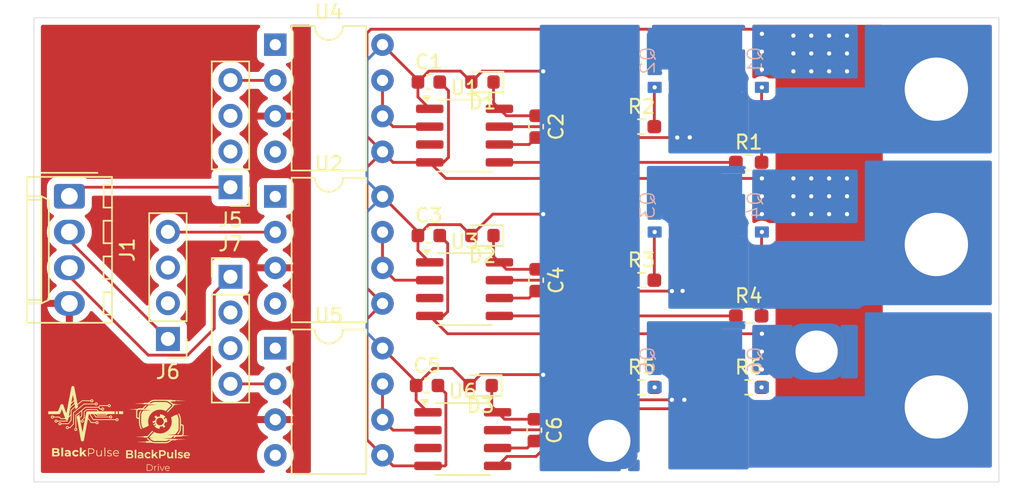
<source format=kicad_pcb>
(kicad_pcb (version 20240108) (generator "pcbnew") (generator_version "8.0")
  (layers (0 "F.Cu" signal) (31 "B.Cu" signal) (34 "B.Paste" user) (35 "F.Paste" user) (36 "B.SilkS" user "B.Silkscreen") (37 "F.SilkS" user "F.Silkscreen") (38 "B.Mask" user) (39 "F.Mask" user) (44 "Edge.Cuts" user))
  (net 0 "")
  (net 1 "GND")
  (net 2 "VCC")
  (net 3 "Net-(D1-K)")
  (net 4 "Net-(D2-K)")
  (net 5 "Net-(D3-K)")
  (net 6 "Net-(U1-LO)")
  (net 7 "Net-(U1-HO)")
  (net 8 "out_u")
  (net 9 "out_w")
  (net 11 "out_l")
  (net 12 "in_W")
  (net 13 "in_L")
  (net 14 "in_U")
  (net 15 "Net-(U6-HO)")
  (net 16 "Net-(U6-LO)")
  (net 17 "Net-(U3-HO)")
  (net 18 "Net-(U3-LO)")
  (net 20 "Net-(U1-IN)")
  (net 23 "Net-(U3-IN)")
  (net 28 "Net-(U6-IN)")
  (net 30 "GND1")
  (net 31 "Net-(Q1-GATE)")
  (net 32 "Net-(Q2-GATE)")
  (net 33 "Net-(Q3-GATE)")
  (net 34 "Net-(Q4-GATE)")
  (net 35 "Net-(Q5-GATE)")
  (net 36 "Net-(Q6-GATE)")
  (net 38 "Net-(J5-Pin_4)")
  (net 42 "Net-(J6-Pin_4)")
  (net 44 "Net-(J7-Pin_4)")
  (footprint "Capacitor_SMD:C_0603_1608Metric" (layer "F.Cu") (at 140.335 102.362)
    (property "Reference" "C5" (at 0 -1.43 0) (layer "F.SilkS"))
    (property "Value" "1u")
    (pad "1" smd roundrect (at -0.775 0) (size 0.9 0.95) (layers "F.Cu" "F.Paste" "F.Mask") (net 2 "VCC"))
    (pad "2" smd roundrect (at 0.775 0) (size 0.9 0.95) (layers "F.Cu" "F.Paste" "F.Mask") (net 1 "GND"))
  )
  (footprint "Package_SO:SOIC-8_3.9x4.9mm_P1.27mm" (layer "F.Cu") (at 143.002 84.582)
    (property "Reference" "U1" (at 0 -3.4 0) (layer "F.SilkS"))
    (property "Value" "IRS2008S")
    (pad "1" smd roundrect (at -2.475 -1.905) (size 1.95 0.6) (layers "F.Cu" "F.Paste" "F.Mask") (net 2 "VCC"))
    (pad "2" smd roundrect (at -2.475 -0.635) (size 1.95 0.6) (layers "F.Cu" "F.Paste" "F.Mask") (net 20 "Net-(U1-IN)"))
    (pad "3" smd roundrect (at -2.475 0.635) (size 1.95 0.6) (layers "F.Cu" "F.Paste" "F.Mask"))
    (pad "4" smd roundrect (at -2.475 1.905) (size 1.95 0.6) (layers "F.Cu" "F.Paste" "F.Mask") (net 1 "GND"))
    (pad "5" smd roundrect (at 2.475 1.905) (size 1.95 0.6) (layers "F.Cu" "F.Paste" "F.Mask") (net 6 "Net-(U1-LO)"))
    (pad "6" smd roundrect (at 2.475 0.635) (size 1.95 0.6) (layers "F.Cu" "F.Paste" "F.Mask") (net 8 "out_u"))
    (pad "7" smd roundrect (at 2.475 -0.635) (size 1.95 0.6) (layers "F.Cu" "F.Paste" "F.Mask") (net 7 "Net-(U1-HO)"))
    (pad "8" smd roundrect (at 2.475 -1.905) (size 1.95 0.6) (layers "F.Cu" "F.Paste" "F.Mask") (net 3 "Net-(D1-K)"))
  )
  (footprint "Capacitor_SMD:C_0603_1608Metric" (layer "F.Cu") (at 148.082 83.947 -90)
    (property "Reference" "C2" (at 0 -1.43 90) (layer "F.SilkS"))
    (property "Value" "1u")
    (pad "1" smd roundrect (at -0.775 0 270) (size 0.9 0.95) (layers "F.Cu" "F.Paste" "F.Mask") (net 3 "Net-(D1-K)"))
    (pad "2" smd roundrect (at 0.775 0 270) (size 0.9 0.95) (layers "F.Cu" "F.Paste" "F.Mask") (net 8 "out_u"))
  )
  (footprint "Resistor_SMD:R_0603_1608Metric_Pad0.98x0.95mm_HandSolder" (layer "F.Cu") (at 163.195 102.489)
    (property "Reference" "R6" (at 0 -1.43 0) (layer "F.SilkS"))
    (property "Value" "10")
    (pad "1" smd roundrect (at -0.9125 0) (size 0.975 0.95) (layers "F.Cu" "F.Paste" "F.Mask") (net 16 "Net-(U6-LO)"))
    (pad "2" smd roundrect (at 0.9125 0) (size 0.975 0.95) (layers "F.Cu" "F.Paste" "F.Mask") (net 36 "Net-(Q6-GATE)"))
  )
  (footprint "Capacitor_SMD:C_0603_1608Metric" (layer "F.Cu") (at 148.082 94.869 -90)
    (property "Reference" "C4" (at 0 -1.43 90) (layer "F.SilkS"))
    (property "Value" "1u")
    (pad "1" smd roundrect (at -0.775 0 270) (size 0.9 0.95) (layers "F.Cu" "F.Paste" "F.Mask") (net 4 "Net-(D2-K)"))
    (pad "2" smd roundrect (at 0.775 0 270) (size 0.9 0.95) (layers "F.Cu" "F.Paste" "F.Mask") (net 9 "out_w"))
  )
  (footprint "_gazou:blackpulsedrive" (layer "F.Cu") (at 121.285 108.458)
    (property "Reference" "G***" (hide yes))
    (property "Value" "LOGO" (hide yes))
  )
  (footprint "Connector_PinHeader_2.54mm:PinHeader_1x04_P2.54mm_Vertical" (layer "F.Cu") (at 121.92 99.05 180)
    (property "Reference" "J6" (at 0 -2.33 0) (layer "F.SilkS"))
    (property "Value" "Conn_01x04_Pin")
    (pad "1" thru_hole rect (at 0 0 180) (size 1.7 1.7) (drill 1) (layers "*.Cu" "*.Mask") (net 12 "in_W"))
    (pad "2" thru_hole oval (at 0 2.54 180) (size 1.7 1.7) (drill 1) (layers "*.Cu" "*.Mask"))
    (pad "3" thru_hole oval (at 0 5.08 180) (size 1.7 1.7) (drill 1) (layers "*.Cu" "*.Mask"))
    (pad "4" thru_hole oval (at 0 7.62 180) (size 1.7 1.7) (drill 1) (layers "*.Cu" "*.Mask") (net 42 "Net-(J6-Pin_4)"))
  )
  (footprint "Diode_SMD:D_0603_1608Metric" (layer "F.Cu") (at 144.272 91.694 180)
    (property "Reference" "D2" (at 0 -1.43 0) (layer "F.SilkS"))
    (property "Value" "D")
    (pad "1" smd roundrect (at -0.7875 0 180) (size 0.875 0.95) (layers "F.Cu" "F.Paste" "F.Mask") (net 4 "Net-(D2-K)"))
    (pad "2" smd roundrect (at 0.7875 0 180) (size 0.875 0.95) (layers "F.Cu" "F.Paste" "F.Mask") (net 2 "VCC"))
  )
  (footprint "Diode_SMD:D_0603_1608Metric" (layer "F.Cu") (at 144.272 80.772 180)
    (property "Reference" "D1" (at 0 -1.43 0) (layer "F.SilkS"))
    (property "Value" "D")
    (pad "1" smd roundrect (at -0.7875 0 180) (size 0.875 0.95) (layers "F.Cu" "F.Paste" "F.Mask") (net 3 "Net-(D1-K)"))
    (pad "2" smd roundrect (at 0.7875 0 180) (size 0.875 0.95) (layers "F.Cu" "F.Paste" "F.Mask") (net 2 "VCC"))
  )
  (footprint "jisaku:bldc_connector" (layer "F.Cu") (at 176.53 81.28)
    (property "Reference" "J2" (at 0 -0.5 0) (layer "F.SilkS") (effects (font (thickness 0.1))))
    (property "Value" "Conn_01x01_Pin")
    (pad "1" thru_hole roundrect (at 0 0) (size 6 6) (drill 4.5) (layers "*.Cu" "*.Mask") (net 8 "out_u"))
  )
  (footprint "Package_SO:SOIC-8_3.9x4.9mm_P1.27mm" (layer "F.Cu") (at 143.002 95.504)
    (property "Reference" "U3" (at 0 -3.4 0) (layer "F.SilkS"))
    (property "Value" "IRS2008S")
    (pad "1" smd roundrect (at -2.475 -1.905) (size 1.95 0.6) (layers "F.Cu" "F.Paste" "F.Mask") (net 2 "VCC"))
    (pad "2" smd roundrect (at -2.475 -0.635) (size 1.95 0.6) (layers "F.Cu" "F.Paste" "F.Mask") (net 23 "Net-(U3-IN)"))
    (pad "3" smd roundrect (at -2.475 0.635) (size 1.95 0.6) (layers "F.Cu" "F.Paste" "F.Mask"))
    (pad "4" smd roundrect (at -2.475 1.905) (size 1.95 0.6) (layers "F.Cu" "F.Paste" "F.Mask") (net 1 "GND"))
    (pad "5" smd roundrect (at 2.475 1.905) (size 1.95 0.6) (layers "F.Cu" "F.Paste" "F.Mask") (net 18 "Net-(U3-LO)"))
    (pad "6" smd roundrect (at 2.475 0.635) (size 1.95 0.6) (layers "F.Cu" "F.Paste" "F.Mask") (net 9 "out_w"))
    (pad "7" smd roundrect (at 2.475 -0.635) (size 1.95 0.6) (layers "F.Cu" "F.Paste" "F.Mask") (net 17 "Net-(U3-HO)"))
    (pad "8" smd roundrect (at 2.475 -1.905) (size 1.95 0.6) (layers "F.Cu" "F.Paste" "F.Mask") (net 4 "Net-(D2-K)"))
  )
  (footprint "Capacitor_SMD:C_0603_1608Metric" (layer "F.Cu") (at 140.462 80.772)
    (property "Reference" "C1" (at 0 -1.43 0) (layer "F.SilkS"))
    (property "Value" "1u")
    (pad "1" smd roundrect (at -0.775 0) (size 0.9 0.95) (layers "F.Cu" "F.Paste" "F.Mask") (net 2 "VCC"))
    (pad "2" smd roundrect (at 0.775 0) (size 0.9 0.95) (layers "F.Cu" "F.Paste" "F.Mask") (net 1 "GND"))
  )
  (footprint "Resistor_SMD:R_0603_1608Metric_Pad0.98x0.95mm_HandSolder" (layer "F.Cu") (at 163.195 86.487)
    (property "Reference" "R1" (at 0 -1.43 0) (layer "F.SilkS"))
    (property "Value" "10")
    (pad "1" smd roundrect (at -0.9125 0) (size 0.975 0.95) (layers "F.Cu" "F.Paste" "F.Mask") (net 6 "Net-(U1-LO)"))
    (pad "2" smd roundrect (at 0.9125 0) (size 0.975 0.95) (layers "F.Cu" "F.Paste" "F.Mask") (net 31 "Net-(Q1-GATE)"))
  )
  (footprint "Resistor_SMD:R_0603_1608Metric_Pad0.98x0.95mm_HandSolder" (layer "F.Cu") (at 155.575 102.489)
    (property "Reference" "R5" (at 0 -1.43 0) (layer "F.SilkS"))
    (property "Value" "10")
    (pad "1" smd roundrect (at -0.9125 0) (size 0.975 0.95) (layers "F.Cu" "F.Paste" "F.Mask") (net 15 "Net-(U6-HO)"))
    (pad "2" smd roundrect (at 0.9125 0) (size 0.975 0.95) (layers "F.Cu" "F.Paste" "F.Mask") (net 35 "Net-(Q5-GATE)"))
  )
  (footprint "jisaku:bldc_connector" (layer "F.Cu") (at 153.289 106.299)
    (property "Reference" "J9" (at 0 -0.5 0) (layer "F.SilkS") (effects (font (thickness 0.1))))
    (property "Value" "Conn_01x01_Pin")
    (pad "1" thru_hole roundrect (at 0 0) (size 4 4) (drill 3) (layers "*.Cu" "*.Mask") (net 2 "VCC"))
  )
  (footprint "Resistor_SMD:R_0603_1608Metric_Pad0.98x0.95mm_HandSolder" (layer "F.Cu") (at 155.575 83.947)
    (property "Reference" "R2" (at 0 -1.43 0) (layer "F.SilkS"))
    (property "Value" "10")
    (pad "1" smd roundrect (at -0.9125 0) (size 0.975 0.95) (layers "F.Cu" "F.Paste" "F.Mask") (net 7 "Net-(U1-HO)"))
    (pad "2" smd roundrect (at 0.9125 0) (size 0.975 0.95) (layers "F.Cu" "F.Paste" "F.Mask") (net 32 "Net-(Q2-GATE)"))
  )
  (footprint "jisaku:bldc_connector" (layer "F.Cu") (at 176.53 103.886)
    (property "Reference" "J4" (at 0 -0.5 0) (layer "F.SilkS") (effects (font (thickness 0.1))))
    (property "Value" "Conn_01x01_Pin")
    (pad "1" thru_hole roundrect (at 0 0) (size 6 6) (drill 4.5) (layers "*.Cu" "*.Mask") (net 11 "out_l"))
  )
  (footprint "Capacitor_SMD:C_0603_1608Metric" (layer "F.Cu") (at 140.462 91.694)
    (property "Reference" "C3" (at 0 -1.43 0) (layer "F.SilkS"))
    (property "Value" "1u")
    (pad "1" smd roundrect (at -0.775 0) (size 0.9 0.95) (layers "F.Cu" "F.Paste" "F.Mask") (net 2 "VCC"))
    (pad "2" smd roundrect (at 0.775 0) (size 0.9 0.95) (layers "F.Cu" "F.Paste" "F.Mask") (net 1 "GND"))
  )
  (footprint "Package_DIP:DIP-8_W7.62mm" (layer "F.Cu") (at 129.55 88.91)
    (property "Reference" "U2" (at 3.81 -2.33 0) (layer "F.SilkS"))
    (property "Value" "TLP250")
    (pad "1" thru_hole rect (at 0 0) (size 1.6 1.6) (drill 0.8) (layers "*.Cu" "*.Mask"))
    (pad "2" thru_hole oval (at 0 2.54) (size 1.6 1.6) (drill 0.8) (layers "*.Cu" "*.Mask") (net 42 "Net-(J6-Pin_4)"))
    (pad "3" thru_hole oval (at 0 5.08) (size 1.6 1.6) (drill 0.8) (layers "*.Cu" "*.Mask") (net 30 "GND1"))
    (pad "4" thru_hole oval (at 0 7.62) (size 1.6 1.6) (drill 0.8) (layers "*.Cu" "*.Mask"))
    (pad "5" thru_hole oval (at 7.62 7.62) (size 1.6 1.6) (drill 0.8) (layers "*.Cu" "*.Mask") (net 1 "GND"))
    (pad "6" thru_hole oval (at 7.62 5.08) (size 1.6 1.6) (drill 0.8) (layers "*.Cu" "*.Mask") (net 23 "Net-(U3-IN)"))
    (pad "7" thru_hole oval (at 7.62 2.54) (size 1.6 1.6) (drill 0.8) (layers "*.Cu" "*.Mask") (net 23 "Net-(U3-IN)"))
    (pad "8" thru_hole oval (at 7.62 0) (size 1.6 1.6) (drill 0.8) (layers "*.Cu" "*.Mask") (net 2 "VCC"))
  )
  (footprint "Connector_Molex:Molex_KK-254_AE-6410-04A_1x04_P2.54mm_Vertical" (layer "F.Cu") (at 114.915 88.9 -90)
    (property "Reference" "J1" (at 3.81 -4.12 90) (layer "F.SilkS"))
    (property "Value" "Conn_01x04_Pin")
    (pad "1" thru_hole roundrect (at 0 0 270) (size 1.74 2.19) (drill 1.19) (layers "*.Cu" "*.Mask") (roundrect_rratio 0.143678) (net 14 "in_U"))
    (pad "2" thru_hole oval (at 2.54 0 270) (size 1.74 2.19) (drill 1.19) (layers "*.Cu" "*.Mask") (net 12 "in_W"))
    (pad "3" thru_hole oval (at 5.08 0 270) (size 1.74 2.19) (drill 1.19) (layers "*.Cu" "*.Mask") (net 13 "in_L"))
    (pad "4" thru_hole oval (at 7.62 0 270) (size 1.74 2.19) (drill 1.19) (layers "*.Cu" "*.Mask") (net 30 "GND1"))
  )
  (footprint "Resistor_SMD:R_0603_1608Metric_Pad0.98x0.95mm_HandSolder" (layer "F.Cu") (at 155.575 94.869)
    (property "Reference" "R3" (at 0 -1.43 0) (layer "F.SilkS"))
    (property "Value" "10")
    (pad "1" smd roundrect (at -0.9125 0) (size 0.975 0.95) (layers "F.Cu" "F.Paste" "F.Mask") (net 17 "Net-(U3-HO)"))
    (pad "2" smd roundrect (at 0.9125 0) (size 0.975 0.95) (layers "F.Cu" "F.Paste" "F.Mask") (net 33 "Net-(Q3-GATE)"))
  )
  (footprint "Package_DIP:DIP-8_W7.62mm" (layer "F.Cu") (at 129.55 78.115)
    (property "Reference" "U4" (at 3.81 -2.33 0) (layer "F.SilkS"))
    (property "Value" "TLP250")
    (pad "1" thru_hole rect (at 0 0) (size 1.6 1.6) (drill 0.8) (layers "*.Cu" "*.Mask"))
    (pad "2" thru_hole oval (at 0 2.54) (size 1.6 1.6) (drill 0.8) (layers "*.Cu" "*.Mask") (net 38 "Net-(J5-Pin_4)"))
    (pad "3" thru_hole oval (at 0 5.08) (size 1.6 1.6) (drill 0.8) (layers "*.Cu" "*.Mask") (net 30 "GND1"))
    (pad "4" thru_hole oval (at 0 7.62) (size 1.6 1.6) (drill 0.8) (layers "*.Cu" "*.Mask"))
    (pad "5" thru_hole oval (at 7.62 7.62) (size 1.6 1.6) (drill 0.8) (layers "*.Cu" "*.Mask") (net 1 "GND"))
    (pad "6" thru_hole oval (at 7.62 5.08) (size 1.6 1.6) (drill 0.8) (layers "*.Cu" "*.Mask") (net 20 "Net-(U1-IN)"))
    (pad "7" thru_hole oval (at 7.62 2.54) (size 1.6 1.6) (drill 0.8) (layers "*.Cu" "*.Mask") (net 20 "Net-(U1-IN)"))
    (pad "8" thru_hole oval (at 7.62 0) (size 1.6 1.6) (drill 0.8) (layers "*.Cu" "*.Mask") (net 2 "VCC"))
  )
  (footprint "_gazou:full" (layer "F.Cu") (at 116.078 104.902)
    (property "Reference" "G***" (hide yes))
    (property "Value" "LOGO" (hide yes))
  )
  (footprint "Diode_SMD:D_0603_1608Metric" (layer "F.Cu") (at 144.145 102.362 180)
    (property "Reference" "D3" (at 0 -1.43 0) (layer "F.SilkS"))
    (property "Value" "D")
    (pad "1" smd roundrect (at -0.7875 0 180) (size 0.875 0.95) (layers "F.Cu" "F.Paste" "F.Mask") (net 5 "Net-(D3-K)"))
    (pad "2" smd roundrect (at 0.7875 0 180) (size 0.875 0.95) (layers "F.Cu" "F.Paste" "F.Mask") (net 2 "VCC"))
  )
  (footprint "_gazou:drive" (layer "F.Cu") (at 121.412 105.41)
    (property "Reference" "G***" (hide yes))
    (property "Value" "LOGO" (hide yes))
  )
  (footprint "Capacitor_SMD:C_0603_1608Metric" (layer "F.Cu") (at 147.955 105.537 -90)
    (property "Reference" "C6" (at 0 -1.43 90) (layer "F.SilkS"))
    (property "Value" "1u")
    (pad "1" smd roundrect (at -0.775 0 270) (size 0.9 0.95) (layers "F.Cu" "F.Paste" "F.Mask") (net 5 "Net-(D3-K)"))
    (pad "2" smd roundrect (at 0.775 0 270) (size 0.9 0.95) (layers "F.Cu" "F.Paste" "F.Mask") (net 11 "out_l"))
  )
  (footprint "jisaku:bldc_connector" (layer "F.Cu") (at 176.53 92.329)
    (property "Reference" "J3" (at 0 -0.5 0) (layer "F.SilkS") (effects (font (thickness 0.1))))
    (property "Value" "Conn_01x01_Pin")
    (pad "1" thru_hole roundrect (at 0 0) (size 6 6) (drill 4.5) (layers "*.Cu" "*.Mask") (net 9 "out_w"))
  )
  (footprint "Connector_PinHeader_2.54mm:PinHeader_1x04_P2.54mm_Vertical" (layer "F.Cu") (at 126.365 94.625)
    (property "Reference" "J7" (at 0 -2.33 0) (layer "F.SilkS"))
    (property "Value" "Conn_01x04_Pin")
    (pad "1" thru_hole rect (at 0 0) (size 1.7 1.7) (drill 1) (layers "*.Cu" "*.Mask") (net 13 "in_L"))
    (pad "2" thru_hole oval (at 0 2.54) (size 1.7 1.7) (drill 1) (layers "*.Cu" "*.Mask"))
    (pad "3" thru_hole oval (at 0 5.08) (size 1.7 1.7) (drill 1) (layers "*.Cu" "*.Mask"))
    (pad "4" thru_hole oval (at 0 7.62) (size 1.7 1.7) (drill 1) (layers "*.Cu" "*.Mask") (net 44 "Net-(J7-Pin_4)"))
  )
  (footprint "Package_DIP:DIP-8_W7.62mm" (layer "F.Cu") (at 129.55 99.705)
    (property "Reference" "U5" (at 3.81 -2.33 0) (layer "F.SilkS"))
    (property "Value" "TLP250")
    (pad "1" thru_hole rect (at 0 0) (size 1.6 1.6) (drill 0.8) (layers "*.Cu" "*.Mask"))
    (pad "2" thru_hole oval (at 0 2.54) (size 1.6 1.6) (drill 0.8) (layers "*.Cu" "*.Mask") (net 44 "Net-(J7-Pin_4)"))
    (pad "3" thru_hole oval (at 0 5.08) (size 1.6 1.6) (drill 0.8) (layers "*.Cu" "*.Mask") (net 30 "GND1"))
    (pad "4" thru_hole oval (at 0 7.62) (size 1.6 1.6) (drill 0.8) (layers "*.Cu" "*.Mask"))
    (pad "5" thru_hole oval (at 7.62 7.62) (size 1.6 1.6) (drill 0.8) (layers "*.Cu" "*.Mask") (net 1 "GND"))
    (pad "6" thru_hole oval (at 7.62 5.08) (size 1.6 1.6) (drill 0.8) (layers "*.Cu" "*.Mask") (net 28 "Net-(U6-IN)"))
    (pad "7" thru_hole oval (at 7.62 2.54) (size 1.6 1.6) (drill 0.8) (layers "*.Cu" "*.Mask") (net 28 "Net-(U6-IN)"))
    (pad "8" thru_hole oval (at 7.62 0) (size 1.6 1.6) (drill 0.8) (layers "*.Cu" "*.Mask") (net 2 "VCC"))
  )
  (footprint "Package_SO:SOIC-8_3.9x4.9mm_P1.27mm" (layer "F.Cu") (at 142.875 106.172)
    (property "Reference" "U6" (at 0 -3.4 0) (layer "F.SilkS"))
    (property "Value" "IRS2008S")
    (pad "1" smd roundrect (at -2.475 -1.905) (size 1.95 0.6) (layers "F.Cu" "F.Paste" "F.Mask") (net 2 "VCC"))
    (pad "2" smd roundrect (at -2.475 -0.635) (size 1.95 0.6) (layers "F.Cu" "F.Paste" "F.Mask") (net 28 "Net-(U6-IN)"))
    (pad "3" smd roundrect (at -2.475 0.635) (size 1.95 0.6) (layers "F.Cu" "F.Paste" "F.Mask"))
    (pad "4" smd roundrect (at -2.475 1.905) (size 1.95 0.6) (layers "F.Cu" "F.Paste" "F.Mask") (net 1 "GND"))
    (pad "5" smd roundrect (at 2.475 1.905) (size 1.95 0.6) (layers "F.Cu" "F.Paste" "F.Mask") (net 16 "Net-(U6-LO)"))
    (pad "6" smd roundrect (at 2.475 0.635) (size 1.95 0.6) (layers "F.Cu" "F.Paste" "F.Mask") (net 11 "out_l"))
    (pad "7" smd roundrect (at 2.475 -0.635) (size 1.95 0.6) (layers "F.Cu" "F.Paste" "F.Mask") (net 15 "Net-(U6-HO)"))
    (pad "8" smd roundrect (at 2.475 -1.905) (size 1.95 0.6) (layers "F.Cu" "F.Paste" "F.Mask") (net 5 "Net-(D3-K)"))
  )
  (footprint "Connector_PinHeader_2.54mm:PinHeader_1x04_P2.54mm_Vertical" (layer "F.Cu") (at 126.365 88.255 180)
    (property "Reference" "J5" (at 0 -2.33 0) (layer "F.SilkS"))
    (property "Value" "Conn_01x04_Pin")
    (pad "1" thru_hole rect (at 0 0 180) (size 1.7 1.7) (drill 1) (layers "*.Cu" "*.Mask") (net 14 "in_U"))
    (pad "2" thru_hole oval (at 0 2.54 180) (size 1.7 1.7) (drill 1) (layers "*.Cu" "*.Mask"))
    (pad "3" thru_hole oval (at 0 5.08 180) (size 1.7 1.7) (drill 1) (layers "*.Cu" "*.Mask"))
    (pad "4" thru_hole oval (at 0 7.62 180) (size 1.7 1.7) (drill 1) (layers "*.Cu" "*.Mask") (net 38 "Net-(J5-Pin_4)"))
  )
  (footprint "jisaku:bldc_connector" (layer "F.Cu") (at 168.021 99.949)
    (property "Reference" "J8" (at 0 -0.5 0) (layer "F.SilkS") (effects (font (thickness 0.1))))
    (property "Value" "Conn_01x01_Pin")
    (pad "1" thru_hole roundrect (at 0 0) (size 4 4) (drill 3) (layers "*.Cu" "*.Mask") (net 1 "GND"))
  )
  (footprint "Resistor_SMD:R_0603_1608Metric_Pad0.98x0.95mm_HandSolder" (layer "F.Cu") (at 163.195 97.409)
    (property "Reference" "R4" (at 0 -1.43 0) (layer "F.SilkS"))
    (property "Value" "10")
    (pad "1" smd roundrect (at -0.9125 0) (size 0.975 0.95) (layers "F.Cu" "F.Paste" "F.Mask") (net 18 "Net-(U3-LO)"))
    (pad "2" smd roundrect (at 0.9125 0) (size 0.975 0.95) (layers "F.Cu" "F.Paste" "F.Mask") (net 34 "Net-(Q4-GATE)"))
  )
  (footprint "jisaku:RS6L120BGTB1" (layer "B.Cu") (at 164.13 100.584 -90)
    (property "Reference" "Q6" (at 0 0.5 90) (layer "B.SilkS") (effects (font (thickness 0.1)) (justify mirror)))
    (property "Value" "~")
    (pad "1" smd roundrect (at -1.905 0 270) (size 0.8 1) (layers "B.Cu" "B.Paste") (roundrect_rratio 0.1) (net 1 "GND"))
    (pad "2" smd roundrect (at -0.635 0 270) (size 0.8 1) (layers "B.Cu" "B.Paste" "B.Mask") (roundrect_rratio 0.1) (net 1 "GND"))
    (pad "3" smd roundrect (at 0.635 0 270) (size 0.8 1) (layers "B.Cu" "B.Paste" "B.Mask") (roundrect_rratio 0.1) (net 1 "GND"))
    (pad "4" smd roundrect (at 1.905 0 270) (size 0.8 1) (layers "B.Cu" "B.Paste" "B.Mask") (roundrect_rratio 0.1) (net 36 "Net-(Q6-GATE)"))
    (pad "5" smd rect (at -1.905 5.68 270) (size 0.8 1) (layers "B.Cu" "B.Paste") (net 11 "out_l"))
    (pad "5" smd rect (at -0.635 5.68 270) (size 0.8 1) (layers "B.Cu" "B.Paste" "B.Mask") (net 11 "out_l"))
    (pad "5" smd rect (at 0 3.29 270) (size 4.5 3.78) (layers "B.Cu" "B.Paste" "B.Mask") (net 11 "out_l"))
    (pad "5" smd rect (at 0.635 5.68 270) (size 0.8 1) (layers "B.Cu" "B.Paste" "B.Mask") (net 11 "out_l"))
    (pad "5" smd rect (at 1.905 5.68 270) (size 0.8 1) (layers "B.Cu" "B.Paste" "B.Mask") (net 11 "out_l"))
  )
  (footprint "jisaku:RS6L120BGTB1" (layer "B.Cu") (at 156.51 100.584 -90)
    (property "Reference" "Q5" (at 0 0.5 90) (layer "B.SilkS") (effects (font (thickness 0.1)) (justify mirror)))
    (property "Value" "~")
    (pad "1" smd roundrect (at -1.905 0 270) (size 0.8 1) (layers "B.Cu" "B.Paste") (roundrect_rratio 0.1) (net 11 "out_l"))
    (pad "2" smd roundrect (at -0.635 0 270) (size 0.8 1) (layers "B.Cu" "B.Paste" "B.Mask") (roundrect_rratio 0.1) (net 11 "out_l"))
    (pad "3" smd roundrect (at 0.635 0 270) (size 0.8 1) (layers "B.Cu" "B.Paste" "B.Mask") (roundrect_rratio 0.1) (net 11 "out_l"))
    (pad "4" smd roundrect (at 1.905 0 270) (size 0.8 1) (layers "B.Cu" "B.Paste" "B.Mask") (roundrect_rratio 0.1) (net 35 "Net-(Q5-GATE)"))
    (pad "5" smd rect (at -1.905 5.68 270) (size 0.8 1) (layers "B.Cu" "B.Paste") (net 2 "VCC"))
    (pad "5" smd rect (at -0.635 5.68 270) (size 0.8 1) (layers "B.Cu" "B.Paste" "B.Mask") (net 2 "VCC"))
    (pad "5" smd rect (at 0 3.29 270) (size 4.5 3.78) (layers "B.Cu" "B.Paste" "B.Mask") (net 2 "VCC"))
    (pad "5" smd rect (at 0.635 5.68 270) (size 0.8 1) (layers "B.Cu" "B.Paste" "B.Mask") (net 2 "VCC"))
    (pad "5" smd rect (at 1.905 5.68 270) (size 0.8 1) (layers "B.Cu" "B.Paste" "B.Mask") (net 2 "VCC"))
  )
  (footprint "jisaku:RS6L120BGTB1" (layer "B.Cu") (at 156.51 79.248 -90)
    (property "Reference" "Q2" (at 0 0.5 90) (layer "B.SilkS") (effects (font (thickness 0.1)) (justify mirror)))
    (property "Value" "~")
    (pad "1" smd roundrect (at -1.905 0 270) (size 0.8 1) (layers "B.Cu" "B.Paste") (roundrect_rratio 0.1) (net 8 "out_u"))
    (pad "2" smd roundrect (at -0.635 0 270) (size 0.8 1) (layers "B.Cu" "B.Paste" "B.Mask") (roundrect_rratio 0.1) (net 8 "out_u"))
    (pad "3" smd roundrect (at 0.635 0 270) (size 0.8 1) (layers "B.Cu" "B.Paste" "B.Mask") (roundrect_rratio 0.1) (net 8 "out_u"))
    (pad "4" smd roundrect (at 1.905 0 270) (size 0.8 1) (layers "B.Cu" "B.Paste" "B.Mask") (roundrect_rratio 0.1) (net 32 "Net-(Q2-GATE)"))
    (pad "5" smd rect (at -1.905 5.68 270) (size 0.8 1) (layers "B.Cu" "B.Paste") (net 2 "VCC"))
    (pad "5" smd rect (at -0.635 5.68 270) (size 0.8 1) (layers "B.Cu" "B.Paste" "B.Mask") (net 2 "VCC"))
    (pad "5" smd rect (at 0 3.29 270) (size 4.5 3.78) (layers "B.Cu" "B.Paste" "B.Mask") (net 2 "VCC"))
    (pad "5" smd rect (at 0.635 5.68 270) (size 0.8 1) (layers "B.Cu" "B.Paste" "B.Mask") (net 2 "VCC"))
    (pad "5" smd rect (at 1.905 5.68 270) (size 0.8 1) (layers "B.Cu" "B.Paste" "B.Mask") (net 2 "VCC"))
  )
  (footprint "jisaku:RS6L120BGTB1" (layer "B.Cu") (at 156.51 89.535 -90)
    (property "Reference" "Q3" (at 0 0.5 90) (layer "B.SilkS") (effects (font (thickness 0.1)) (justify mirror)))
    (property "Value" "~")
    (pad "1" smd roundrect (at -1.905 0 270) (size 0.8 1) (layers "B.Cu" "B.Paste") (roundrect_rratio 0.1) (net 9 "out_w"))
    (pad "2" smd roundrect (at -0.635 0 270) (size 0.8 1) (layers "B.Cu" "B.Paste" "B.Mask") (roundrect_rratio 0.1) (net 9 "out_w"))
    (pad "3" smd roundrect (at 0.635 0 270) (size 0.8 1) (layers "B.Cu" "B.Paste" "B.Mask") (roundrect_rratio 0.1) (net 9 "out_w"))
    (pad "4" smd roundrect (at 1.905 0 270) (size 0.8 1) (layers "B.Cu" "B.Paste" "B.Mask") (roundrect_rratio 0.1) (net 33 "Net-(Q3-GATE)"))
    (pad "5" smd rect (at -1.905 5.68 270) (size 0.8 1) (layers "B.Cu" "B.Paste") (net 2 "VCC"))
    (pad "5" smd rect (at -0.635 5.68 270) (size 0.8 1) (layers "B.Cu" "B.Paste" "B.Mask") (net 2 "VCC"))
    (pad "5" smd rect (at 0 3.29 270) (size 4.5 3.78) (layers "B.Cu" "B.Paste" "B.Mask") (net 2 "VCC"))
    (pad "5" smd rect (at 0.635 5.68 270) (size 0.8 1) (layers "B.Cu" "B.Paste" "B.Mask") (net 2 "VCC"))
    (pad "5" smd rect (at 1.905 5.68 270) (size 0.8 1) (layers "B.Cu" "B.Paste" "B.Mask") (net 2 "VCC"))
  )
  (footprint "jisaku:RS6L120BGTB1" (layer "B.Cu") (at 164.13 89.535 -90)
    (property "Reference" "Q4" (at 0 0.5 90) (layer "B.SilkS") (effects (font (thickness 0.1)) (justify mirror)))
    (property "Value" "~")
    (pad "1" smd roundrect (at -1.905 0 270) (size 0.8 1) (layers "B.Cu" "B.Paste") (roundrect_rratio 0.1) (net 1 "GND"))
    (pad "2" smd roundrect (at -0.635 0 270) (size 0.8 1) (layers "B.Cu" "B.Paste" "B.Mask") (roundrect_rratio 0.1) (net 1 "GND"))
    (pad "3" smd roundrect (at 0.635 0 270) (size 0.8 1) (layers "B.Cu" "B.Paste" "B.Mask") (roundrect_rratio 0.1) (net 1 "GND"))
    (pad "4" smd roundrect (at 1.905 0 270) (size 0.8 1) (layers "B.Cu" "B.Paste" "B.Mask") (roundrect_rratio 0.1) (net 34 "Net-(Q4-GATE)"))
    (pad "5" smd rect (at -1.905 5.68 270) (size 0.8 1) (layers "B.Cu" "B.Paste") (net 9 "out_w"))
    (pad "5" smd rect (at -0.635 5.68 270) (size 0.8 1) (layers "B.Cu" "B.Paste" "B.Mask") (net 9 "out_w"))
    (pad "5" smd rect (at 0 3.29 270) (size 4.5 3.78) (layers "B.Cu" "B.Paste" "B.Mask") (net 9 "out_w"))
    (pad "5" smd rect (at 0.635 5.68 270) (size 0.8 1) (layers "B.Cu" "B.Paste" "B.Mask") (net 9 "out_w"))
    (pad "5" smd rect (at 1.905 5.68 270) (size 0.8 1) (layers "B.Cu" "B.Paste" "B.Mask") (net 9 "out_w"))
  )
  (footprint "jisaku:RS6L120BGTB1" (layer "B.Cu") (at 164.13 79.248 -90)
    (property "Reference" "Q1" (at 0 0.5 90) (layer "B.SilkS") (effects (font (thickness 0.1)) (justify mirror)))
    (property "Value" "~")
    (pad "1" smd roundrect (at -1.905 0 270) (size 0.8 1) (layers "B.Cu" "B.Paste") (roundrect_rratio 0.1) (net 1 "GND"))
    (pad "2" smd roundrect (at -0.635 0 270) (size 0.8 1) (layers "B.Cu" "B.Paste" "B.Mask") (roundrect_rratio 0.1) (net 1 "GND"))
    (pad "3" smd roundrect (at 0.635 0 270) (size 0.8 1) (layers "B.Cu" "B.Paste" "B.Mask") (roundrect_rratio 0.1) (net 1 "GND"))
    (pad "4" smd roundrect (at 1.905 0 270) (size 0.8 1) (layers "B.Cu" "B.Paste" "B.Mask") (roundrect_rratio 0.1) (net 31 "Net-(Q1-GATE)"))
    (pad "5" smd rect (at -1.905 5.68 270) (size 0.8 1) (layers "B.Cu" "B.Paste") (net 8 "out_u"))
    (pad "5" smd rect (at -0.635 5.68 270) (size 0.8 1) (layers "B.Cu" "B.Paste" "B.Mask") (net 8 "out_u"))
    (pad "5" smd rect (at 0 3.29 270) (size 4.5 3.78) (layers "B.Cu" "B.Paste" "B.Mask") (net 8 "out_u"))
    (pad "5" smd rect (at 0.635 5.68 270) (size 0.8 1) (layers "B.Cu" "B.Paste" "B.Mask") (net 8 "out_u"))
    (pad "5" smd rect (at 1.905 5.68 270) (size 0.8 1) (layers "B.Cu" "B.Paste" "B.Mask") (net 8 "out_u"))
  )
  (gr_rect (start 112.395 76.2) (end 180.975 109.22) (stroke (width 0.05)) (fill none) (layer "Edge.Cuts"))
  (segment (start 136.345 77.015) (end 136.07 77.29) (width 0.2) (layer "F.Cu") (net 1))
  (segment (start 141.675 102.927) (end 141.675 108.007) (width 0.2) (layer "F.Cu") (net 1))
  (segment (start 141.802 92.259) (end 141.802 97.108999) (width 0.2) (layer "F.Cu") (net 1))
  (segment (start 141.237 91.694) (end 141.802 92.259) (width 0.2) (layer "F.Cu") (net 1))
  (segment (start 136.07 106.225) (end 136.07 97.63) (width 0.2) (layer "F.Cu") (net 1))
  (segment (start 136.07 95.43) (end 136.07 86.835) (width 0.2) (layer "F.Cu") (net 1))
  (segment (start 136.07 97.63) (end 137.17 96.53) (width 0.2) (layer "F.Cu") (net 1))
  (segment (start 141.11 102.362) (end 141.675 102.927) (width 0.2) (layer "F.Cu") (net 1))
  (segment (start 141.802 97.108999) (end 141.501999 97.409) (width 0.2) (layer "F.Cu") (net 1))
  (segment (start 140.527 86.487) (end 141.67 87.63) (width 0.2) (layer "F.Cu") (net 1))
  (segment (start 164.13 77.343) (end 163.802 77.015) (width 0.2) (layer "F.Cu") (net 1))
  (segment (start 137.922 86.487) (end 137.17 85.735) (width 0.2) (layer "F.Cu") (net 1))
  (segment (start 141.675 108.007) (end 141.605 108.077) (width 0.2) (layer "F.Cu") (net 1))
  (segment (start 141.605 108.077) (end 140.4 108.077) (width 0.2) (layer "F.Cu") (net 1))
  (segment (start 141.859 86.129999) (end 141.859 81.394) (width 0.2) (layer "F.Cu") (net 1))
  (segment (start 140.527 86.487) (end 141.501999 86.487) (width 0.2) (layer "F.Cu") (net 1))
  (segment (start 141.501999 97.409) (end 140.527 97.409) (width 0.2) (layer "F.Cu") (net 1))
  (segment (start 136.07 77.29) (end 136.07 84.635) (width 0.2) (layer "F.Cu") (net 1))
  (segment (start 141.859 81.394) (end 141.237 80.772) (width 0.2) (layer "F.Cu") (net 1))
  (segment (start 141.67 87.63) (end 164.13 87.63) (width 0.2) (layer "F.Cu") (net 1))
  (segment (start 163.802 77.015) (end 136.345 77.015) (width 0.2) (layer "F.Cu") (net 1))
  (segment (start 137.17 96.53) (end 136.07 95.43) (width 0.2) (layer "F.Cu") (net 1))
  (segment (start 137.17 107.325) (end 137.922 108.077) (width 0.2) (layer "F.Cu") (net 1))
  (segment (start 140.527 86.487) (end 137.922 86.487) (width 0.2) (layer "F.Cu") (net 1))
  (segment (start 141.797 98.679) (end 164.13 98.679) (width 0.2) (layer "F.Cu") (net 1))
  (segment (start 141.501999 86.487) (end 141.859 86.129999) (width 0.2) (layer "F.Cu") (net 1))
  (segment (start 137.17 107.325) (end 136.07 106.225) (width 0.2) (layer "F.Cu") (net 1))
  (segment (start 137.922 108.077) (end 140.4 108.077) (width 0.2) (layer "F.Cu") (net 1))
  (segment (start 136.07 86.835) (end 137.17 85.735) (width 0.2) (layer "F.Cu") (net 1))
  (segment (start 140.527 97.409) (end 141.797 98.679) (width 0.2) (layer "F.Cu") (net 1))
  (segment (start 136.07 84.635) (end 137.17 85.735) (width 0.2) (layer "F.Cu") (net 1))
  (via (at 167.64 78.74) (size 0.6) (drill 0.3) (layers "F.Cu" "B.Cu") (net 1))
  (via (at 170.18 88.9) (size 0.6) (drill 0.3) (layers "F.Cu" "B.Cu") (net 1))
  (via (at 166.37 80.01) (size 0.6) (drill 0.3) (layers "F.Cu" "B.Cu") (net 1))
  (via (at 166.37 87.63) (size 0.6) (drill 0.3) (layers "F.Cu" "B.Cu") (net 1))
  (via (at 164.13 101.219) (size 0.6) (drill 0.3) (layers "F.Cu" "B.Cu") (net 1))
  (via (at 170.18 77.47) (size 0.6) (drill 0.3) (layers "F.Cu" "B.Cu") (net 1))
  (via (at 167.64 88.9) (size 0.6) (drill 0.3) (layers "F.Cu" "B.Cu") (net 1))
  (via (at 168.91 88.9) (size 0.6) (drill 0.3) (layers "F.Cu" "B.Cu") (net 1))
  (via (at 168.91 90.17) (size 0.6) (drill 0.3) (layers "F.Cu" "B.Cu") (net 1))
  (via (at 167.64 90.17) (size 0.6) (drill 0.3) (layers "F.Cu" "B.Cu") (net 1))
  (via (at 170.18 90.17) (size 0.6) (drill 0.3) (layers "F.Cu" "B.Cu") (net 1))
  (via (at 164.13 99.949) (size 0.6) (drill 0.3) (layers "F.Cu" "B.Cu") (net 1))
  (via (at 170.18 78.74) (size 0.6) (drill 0.3) (layers "F.Cu" "B.Cu") (net 1))
  (via (at 166.37 88.9) (size 0.6) (drill 0.3) (layers "F.Cu" "B.Cu") (net 1))
  (via (at 166.37 78.74) (size 0.6) (drill 0.3) (layers "F.Cu" "B.Cu") (net 1))
  (via (at 170.18 87.63) (size 0.6) (drill 0.3) (layers "F.Cu" "B.Cu") (net 1))
  (via (at 167.64 80.01) (size 0.6) (drill 0.3) (layers "F.Cu" "B.Cu") (net 1))
  (via (at 168.91 78.74) (size 0.6) (drill 0.3) (layers "F.Cu" "B.Cu") (net 1))
  (via (at 168.91 80.01) (size 0.6) (drill 0.3) (layers "F.Cu" "B.Cu") (net 1))
  (via (at 164.13 88.9) (size 0.6) (drill 0.3) (layers "F.Cu" "B.Cu") (net 1))
  (via (at 166.37 90.17) (size 0.6) (drill 0.3) (layers "F.Cu" "B.Cu") (net 1))
  (via (at 168.91 77.47) (size 0.6) (drill 0.3) (layers "F.Cu" "B.Cu") (net 1))
  (via (at 167.64 77.47) (size 0.6) (drill 0.3) (layers "F.Cu" "B.Cu") (net 1))
  (via (at 164.13 77.343) (size 0.6) (drill 0.3) (layers "F.Cu" "B.Cu") (net 1))
  (via (at 168.91 87.63) (size 0.6) (drill 0.3) (layers "F.Cu" "B.Cu") (net 1))
  (via (at 166.37 77.47) (size 0.6) (drill 0.3) (layers "F.Cu" "B.Cu") (net 1))
  (via (at 170.18 80.01) (size 0.6) (drill 0.3) (layers "F.Cu" "B.Cu") (net 1))
  (via (at 167.64 87.63) (size 0.6) (drill 0.3) (layers "F.Cu" "B.Cu") (net 1))
  (via (at 164.13 87.63) (size 0.6) (drill 0.3) (layers "F.Cu" "B.Cu") (net 1))
  (via (at 164.13 90.17) (size 0.6) (drill 0.3) (layers "F.Cu" "B.Cu") (net 1))
  (via (at 164.13 78.613) (size 0.6) (drill 0.3) (layers "F.Cu" "B.Cu") (net 1))
  (via (at 164.13 98.679) (size 0.6) (drill 0.3) (layers "F.Cu" "B.Cu") (net 1))
  (via (at 164.13 79.883) (size 0.6) (drill 0.3) (layers "F.Cu" "B.Cu") (net 1))
  (segment (start 140.527 93.599) (end 139.687 92.759) (width 0.2) (layer "F.Cu") (net 2))
  (segment (start 139.687 92.759) (end 139.687 91.694) (width 0.2) (layer "F.Cu") (net 2))
  (segment (start 143.3575 102.362) (end 144.1325 101.587) (width 0.2) (layer "F.Cu") (net 2))
  (segment (start 143.4845 91.694) (end 142.7095 90.919) (width 0.2) (layer "F.Cu") (net 2))
  (segment (start 140.777 101.145) (end 139.56 102.362) (width 0.2) (layer "F.Cu") (net 2))
  (segment (start 140.4 104.267) (end 139.56 103.427) (width 0.2) (layer "F.Cu") (net 2))
  (segment (start 144.2595 79.997) (end 148.577 79.997) (width 0.2) (layer "F.Cu") (net 2))
  (segment (start 137.17 99.705) (end 139.56 102.095) (width 0.2) (layer "F.Cu") (net 2))
  (segment (start 148.577 101.587) (end 148.59 101.6) (width 0.2) (layer "F.Cu") (net 2))
  (segment (start 140.462 90.919) (end 139.687 91.694) (width 0.2) (layer "F.Cu") (net 2))
  (segment (start 143.4845 80.772) (end 142.7095 79.997) (width 0.2) (layer "F.Cu") (net 2))
  (segment (start 140.462 79.997) (end 139.687 80.772) (width 0.2) (layer "F.Cu") (net 2))
  (segment (start 139.687 80.772) (end 139.687 81.837) (width 0.2) (layer "F.Cu") (net 2))
  (segment (start 142.1405 101.145) (end 140.777 101.145) (width 0.2) (layer "F.Cu") (net 2))
  (segment (start 143.3575 102.362) (end 142.1405 101.145) (width 0.2) (layer "F.Cu") (net 2))
  (segment (start 145.0085 90.17) (end 148.59 90.17) (width 0.2) (layer "F.Cu") (net 2))
  (segment (start 137.17 88.91) (end 139.687 91.427) (width 0.2) (layer "F.Cu") (net 2))
  (segment (start 148.577 79.997) (end 148.59 80.01) (width 0.2) (layer "F.Cu") (net 2))
  (segment (start 137.17 78.115) (end 139.687 80.632) (width 0.2) (layer "F.Cu") (net 2))
  (segment (start 142.7095 79.997) (end 140.462 79.997) (width 0.2) (layer "F.Cu") (net 2))
  (segment (start 139.687 80.632) (end 139.687 80.772) (width 0.2) (layer "F.Cu") (net 2))
  (segment (start 139.687 81.837) (end 140.527 82.677) (width 0.2) (layer "F.Cu") (net 2))
  (segment (start 142.7095 90.919) (end 140.462 90.919) (width 0.2) (layer "F.Cu") (net 2))
  (segment (start 143.4845 91.694) (end 145.0085 90.17) (width 0.2) (layer "F.Cu") (net 2))
  (segment (start 143.4845 80.772) (end 144.2595 79.997) (width 0.2) (layer "F.Cu") (net 2))
  (segment (start 139.56 102.095) (end 139.56 102.362) (width 0.2) (layer "F.Cu") (net 2))
  (segment (start 139.56 103.427) (end 139.56 102.362) (width 0.2) (layer "F.Cu") (net 2))
  (segment (start 139.687 91.427) (end 139.687 91.694) (width 0.2) (layer "F.Cu") (net 2))
  (segment (start 144.1325 101.587) (end 148.577 101.587) (width 0.2) (layer "F.Cu") (net 2))
  (via (at 148.59 80.01) (size 0.6) (drill 0.3) (layers "F.Cu" "B.Cu") (net 2))
  (via (at 148.59 101.6) (size 0.6) (drill 0.3) (layers "F.Cu" "B.Cu") (net 2))
  (via (at 148.59 90.17) (size 0.6) (drill 0.3) (layers "F.Cu" "B.Cu") (net 2))
  (segment (start 136.07 79.215) (end 136.07 87.81) (width 0.2) (layer "B.Cu") (net 2))
  (segment (start 136.07 98.605) (end 136.07 90.01) (width 0.2) (layer "B.Cu") (net 2))
  (segment (start 136.07 87.81) (end 137.17 88.91) (width 0.2) (layer "B.Cu") (net 2))
  (segment (start 137.17 99.705) (end 136.07 98.605) (width 0.2) (layer "B.Cu") (net 2))
  (segment (start 137.17 78.115) (end 136.07 79.215) (width 0.2) (layer "B.Cu") (net 2))
  (segment (start 136.07 90.01) (end 137.17 88.91) (width 0.2) (layer "B.Cu") (net 2))
  (segment (start 145.972 83.172) (end 145.477 82.677) (width 0.2) (layer "F.Cu") (net 3))
  (segment (start 145.0595 80.772) (end 145.0595 82.2595) (width 0.2) (layer "F.Cu") (net 3))
  (segment (start 145.0595 82.2595) (end 145.477 82.677) (width 0.2) (layer "F.Cu") (net 3))
  (segment (start 148.082 83.172) (end 145.972 83.172) (width 0.2) (layer "F.Cu") (net 3))
  (segment (start 145.0595 91.694) (end 145.0595 93.1815) (width 0.2) (layer "F.Cu") (net 4))
  (segment (start 145.0595 93.1815) (end 145.477 93.599) (width 0.2) (layer "F.Cu") (net 4))
  (segment (start 148.082 94.094) (end 145.972 94.094) (width 0.2) (layer "F.Cu") (net 4))
  (segment (start 145.972 94.094) (end 145.477 93.599) (width 0.2) (layer "F.Cu") (net 4))
  (segment (start 144.9325 103.8495) (end 145.35 104.267) (width 0.2) (layer "F.Cu") (net 5))
  (segment (start 145.845 104.762) (end 145.35 104.267) (width 0.2) (layer "F.Cu") (net 5))
  (segment (start 147.955 104.762) (end 145.845 104.762) (width 0.2) (layer "F.Cu") (net 5))
  (segment (start 144.9325 102.362) (end 144.9325 103.8495) (width 0.2) (layer "F.Cu") (net 5))
  (segment (start 162.2825 86.487) (end 145.477 86.487) (width 0.2) (layer "F.Cu") (net 6))
  (segment (start 145.477 83.947) (end 154.6625 83.947) (width 0.2) (layer "F.Cu") (net 7))
  (segment (start 148.082 84.722) (end 158.115 84.722) (width 0.2) (layer "F.Cu") (net 8))
  (segment (start 158.991 84.722) (end 159.004 84.709) (width 0.2) (layer "F.Cu") (net 8))
  (segment (start 147.587 85.217) (end 148.082 84.722) (width 0.2) (layer "F.Cu") (net 8))
  (segment (start 145.477 85.217) (end 147.587 85.217) (width 0.2) (layer "F.Cu") (net 8))
  (segment (start 158.115 84.722) (end 158.991 84.722) (width 0.2) (layer "F.Cu") (net 8))
  (via (at 158.115 84.722) (size 0.6) (drill 0.3) (layers "F.Cu" "B.Cu") (net 8))
  (via (at 159.004 84.709) (size 0.6) (drill 0.3) (layers "F.Cu" "B.Cu") (net 8))
  (segment (start 147.587 96.139) (end 148.082 95.644) (width 0.2) (layer "F.Cu") (net 9))
  (segment (start 148.082 95.644) (end 157.734 95.644) (width 0.2) (layer "F.Cu") (net 9))
  (segment (start 158.496 95.631) (end 158.483 95.644) (width 0.2) (layer "F.Cu") (net 9))
  (segment (start 145.477 96.139) (end 147.587 96.139) (width 0.2) (layer "F.Cu") (net 9))
  (segment (start 157.734 95.644) (end 158.483 95.644) (width 0.2) (layer "F.Cu") (net 9))
  (via (at 157.734 95.644) (size 0.6) (drill 0.3) (layers "F.Cu" "B.Cu") (net 9))
  (via (at 158.496 95.631) (size 0.6) (drill 0.3) (layers "F.Cu" "B.Cu") (net 9))
  (segment (start 157.734 103.378) (end 151.128382 103.378) (width 0.2) (layer "F.Cu") (net 11))
  (segment (start 149.096382 105.41) (end 148.594382 105.912) (width 0.2) (layer "F.Cu") (net 11))
  (segment (start 145.35 106.807) (end 147.46 106.807) (width 0.2) (layer "F.Cu") (net 11))
  (segment (start 147.46 106.807) (end 147.955 106.312) (width 0.2) (layer "F.Cu") (net 11))
  (segment (start 158.623 103.378) (end 157.734 103.378) (width 0.2) (layer "F.Cu") (net 11))
  (segment (start 151.128382 103.378) (end 149.096382 105.41) (width 0.2) (layer "F.Cu") (net 11))
  (segment (start 148.594382 105.912) (end 148.355 105.912) (width 0.2) (layer "F.Cu") (net 11))
  (segment (start 148.355 105.912) (end 147.955 106.312) (width 0.2) (layer "F.Cu") (net 11))
  (via (at 158.623 103.378) (size 0.6) (drill 0.3) (layers "F.Cu" "B.Cu") (net 11))
  (via (at 157.734 103.378) (size 0.6) (drill 0.3) (layers "F.Cu" "B.Cu") (net 11))
  (segment (start 114.915 92.045) (end 121.92 99.05) (width 0.2) (layer "F.Cu") (net 12))
  (segment (start 114.915 91.44) (end 114.915 92.045) (width 0.2) (layer "F.Cu") (net 12))
  (segment (start 114.915 94.595) (end 114.915 93.98) (width 0.2) (layer "F.Cu") (net 13))
  (segment (start 125.215 95.775) (end 125.215 98.305) (width 0.2) (layer "F.Cu") (net 13))
  (segment (start 120.52 100.2) (end 114.915 94.595) (width 0.2) (layer "F.Cu") (net 13))
  (segment (start 125.215 98.305) (end 123.32 100.2) (width 0.2) (layer "F.Cu") (net 13))
  (segment (start 123.32 100.2) (end 120.52 100.2) (width 0.2) (layer "F.Cu") (net 13))
  (segment (start 126.365 94.625) (end 125.215 95.775) (width 0.2) (layer "F.Cu") (net 13))
  (segment (start 115.56 88.255) (end 114.915 88.9) (width 0.2) (layer "F.Cu") (net 14))
  (segment (start 126.365 88.255) (end 115.56 88.255) (width 0.2) (layer "F.Cu") (net 14))
  (segment (start 148.428696 105.512) (end 151.451696 102.489) (width 0.2) (layer "F.Cu") (net 15))
  (segment (start 151.451696 102.489) (end 154.6625 102.489) (width 0.2) (layer "F.Cu") (net 15))
  (segment (start 145.375 105.512) (end 148.428696 105.512) (width 0.2) (layer "F.Cu") (net 15))
  (segment (start 145.35 105.537) (end 145.375 105.512) (width 0.2) (layer "F.Cu") (net 15))
  (segment (start 145.35 108.077) (end 146.02 107.407) (width 0.2) (layer "F.Cu") (net 16))
  (segment (start 146.02 107.407) (end 148.083696 107.407) (width 0.2) (layer "F.Cu") (net 16))
  (segment (start 162.2825 103.7825) (end 162.2825 102.489) (width 0.2) (layer "F.Cu") (net 16))
  (segment (start 162.052 104.013) (end 162.2825 103.7825) (width 0.2) (layer "F.Cu") (net 16))
  (segment (start 148.083696 107.407) (end 151.477696 104.013) (width 0.2) (layer "F.Cu") (net 16))
  (segment (start 151.477696 104.013) (end 162.052 104.013) (width 0.2) (layer "F.Cu") (net 16))
  (segment (start 145.477 94.869) (end 154.6625 94.869) (width 0.2) (layer "F.Cu") (net 17))
  (segment (start 145.477 97.409) (end 162.2825 97.409) (width 0.2) (layer "F.Cu") (net 18))
  (segment (start 137.17 80.655) (end 137.17 83.195) (width 0.2) (layer "F.Cu") (net 20))
  (segment (start 137.922 83.947) (end 137.17 83.195) (width 0.2) (layer "F.Cu") (net 20))
  (segment (start 140.527 83.947) (end 137.922 83.947) (width 0.2) (layer "F.Cu") (net 20))
  (segment (start 140.527 94.869) (end 138.049 94.869) (width 0.2) (layer "F.Cu") (net 23))
  (segment (start 137.17 91.45) (end 137.17 93.99) (width 0.2) (layer "F.Cu") (net 23))
  (segment (start 138.049 94.869) (end 137.17 93.99) (width 0.2) (layer "F.Cu") (net 23))
  (segment (start 140.4 105.537) (end 137.922 105.537) (width 0.2) (layer "F.Cu") (net 28))
  (segment (start 137.17 102.245) (end 137.17 104.785) (width 0.2) (layer "F.Cu") (net 28))
  (segment (start 137.922 105.537) (end 137.17 104.785) (width 0.2) (layer "F.Cu") (net 28))
  (segment (start 164.1075 81.1755) (end 164.13 81.153) (width 0.2) (layer "F.Cu") (net 31))
  (segment (start 164.1075 86.487) (end 164.1075 81.1755) (width 0.2) (layer "F.Cu") (net 31))
  (via (at 164.13 81.153) (size 0.6) (drill 0.3) (layers "F.Cu" "B.Cu") (net 31))
  (segment (start 156.4875 81.1755) (end 156.51 81.153) (width 0.2) (layer "F.Cu") (net 32))
  (segment (start 156.4875 83.947) (end 156.4875 81.1755) (width 0.2) (layer "F.Cu") (net 32))
  (via (at 156.51 81.153) (size 0.6) (drill 0.3) (layers "F.Cu" "B.Cu") (net 32))
  (segment (start 156.4875 94.869) (end 156.4875 91.4625) (width 0.2) (layer "F.Cu") (net 33))
  (segment (start 156.4875 91.4625) (end 156.51 91.44) (width 0.2) (layer "F.Cu") (net 33))
  (via (at 156.51 91.44) (size 0.6) (drill 0.3) (layers "F.Cu" "B.Cu") (net 33))
  (segment (start 164.1075 97.409) (end 164.1075 91.4625) (width 0.2) (layer "F.Cu") (net 34))
  (segment (start 164.1075 91.4625) (end 164.13 91.44) (width 0.2) (layer "F.Cu") (net 34))
  (via (at 164.13 91.44) (size 0.6) (drill 0.3) (layers "F.Cu" "B.Cu") (net 34))
  (segment (start 156.4875 102.5115) (end 156.51 102.489) (width 0.2) (layer "F.Cu") (net 35))
  (segment (start 156.6145 102.5935) (end 156.51 102.489) (width 0.2) (layer "F.Cu") (net 35))
  (via (at 156.51 102.489) (size 0.6) (drill 0.3) (layers "F.Cu" "B.Cu") (net 35))
  (via (at 164.1075 102.489) (size 0.6) (drill 0.3) (layers "F.Cu" "B.Cu") (net 36))
  (segment (start 129.55 80.655) (end 126.385 80.655) (width 0.2) (layer "F.Cu") (net 38))
  (segment (start 126.385 80.655) (end 126.365 80.635) (width 0.2) (layer "F.Cu") (net 38))
  (segment (start 121.94 91.45) (end 121.92 91.43) (width 0.2) (layer "F.Cu") (net 42))
  (segment (start 129.55 91.45) (end 121.94 91.45) (width 0.2) (layer "F.Cu") (net 42))
  (segment (start 129.55 102.245) (end 126.365 102.245) (width 0.2) (layer "F.Cu") (net 44))
  (zone (net 1) (net_name "GND") (layer "F.Cu") (priority 5) (connect_pads (clearance 0.5)) (min_thickness 0.25) (fill yes (thermal_gap 0) (thermal_bridge_width 100))
    (polygon (pts (xy 172.72 107.95) (xy 172.72 76.2) (xy 165.1 76.2) (xy 165.1 107.95)))
  )
  (zone (net 30) (net_name "GND1") (layer "F.Cu") (connect_pads (clearance 0.5)) (min_thickness 0.25) (fill yes (thermal_gap 0.5) (thermal_bridge_width 0.5))
    (polygon (pts (xy 132.08 76.2) (xy 132.08 108.585) (xy 112.395 108.585) (xy 112.395 76.2)))
  )
  (zone (net 1) (net_name "GND") (layers "F&B.Cu") (priority 4) (connect_pads (clearance 0.5)) (min_thickness 0.25) (fill yes (thermal_gap 0) (thermal_bridge_width 100))
    (polygon (pts (xy 163.449 98.044) (xy 170.942 98.044) (xy 170.942 101.854) (xy 163.449 101.854)))
  )
  (zone (net 1) (net_name "GND") (layers "F&B.Cu") (priority 4) (connect_pads (clearance 0.5)) (min_thickness 0.25) (fill yes (thermal_gap 0) (thermal_bridge_width 100))
    (polygon (pts (xy 163.449 76.2) (xy 170.942 76.2) (xy 170.942 80.518) (xy 163.449 80.518)))
  )
  (zone (net 1) (net_name "GND") (layers "F&B.Cu") (priority 4) (connect_pads (clearance 0.5)) (min_thickness 0.25) (fill yes (thermal_gap 0) (thermal_bridge_width 100))
    (polygon (pts (xy 163.449 86.995) (xy 170.942 86.995) (xy 170.942 90.805) (xy 163.449 90.805)))
  )
  (zone (net 9) (net_name "out_w") (layer "B.Cu") (priority 3) (connect_pads (clearance 0.5)) (min_thickness 0.25) (fill yes (thermal_gap 0) (thermal_bridge_width 100))
    (polygon (pts (xy 163.195 96.901) (xy 180.721 96.901) (xy 180.721 86.36) (xy 171.45 86.36) (xy 171.45 92.075) (xy 163.195 92.075)))
  )
  (zone (net 2) (net_name "VCC") (layer "B.Cu") (priority 6) (connect_pads (clearance 0.5)) (min_thickness 0.25) (fill yes (thermal_gap 0) (thermal_bridge_width 100))
    (polygon (pts (xy 155.448 108.458) (xy 148.336 108.458) (xy 148.336 76.454) (xy 155.448 76.454)))
  )
  (zone (net 8) (net_name "out_u") (layer "B.Cu") (priority 2) (connect_pads (clearance 0.5)) (min_thickness 0.25) (fill yes (thermal_gap 0) (thermal_bridge_width 100))
    (polygon (pts (xy 155.575 76.2) (xy 155.575 79.883) (xy 157.48 79.883) (xy 157.48 85.852) (xy 163.195 85.852) (xy 163.195 76.2)))
  )
  (zone (net 11) (net_name "out_l") (layer "B.Cu") (priority 3) (connect_pads (clearance 0.5)) (min_thickness 0.25) (fill yes (thermal_gap 0) (thermal_bridge_width 100))
    (polygon (pts (xy 163.195 108.204) (xy 180.721 108.204) (xy 180.721 97.155) (xy 171.45 97.155) (xy 171.45 103.124) (xy 163.195 103.124)))
  )
  (zone (net 8) (net_name "out_u") (layer "B.Cu") (priority 1) (connect_pads (clearance 0.5)) (min_thickness 0.25) (fill yes (thermal_gap 0.5) (thermal_bridge_width 0.5))
    (polygon (pts (xy 157.48 81.788) (xy 157.48 80.518) (xy 155.575 80.518) (xy 155.575 76.708) (xy 163.195 76.708) (xy 163.195 81.788)))
  )
  (zone (net 8) (net_name "out_u") (layer "B.Cu") (priority 3) (connect_pads (clearance 0.5)) (min_thickness 0.25) (fill yes (thermal_gap 0) (thermal_bridge_width 100))
    (polygon (pts (xy 163.195 85.852) (xy 180.721 85.852) (xy 180.721 76.454) (xy 171.45 76.454) (xy 171.45 81.153) (xy 163.195 81.153)))
  )
  (zone (net 11) (net_name "out_l") (layer "B.Cu") (priority 2) (connect_pads (clearance 0.5)) (min_thickness 0.25) (fill yes (thermal_gap 0) (thermal_bridge_width 100))
    (polygon (pts (xy 155.575 97.79) (xy 155.575 101.854) (xy 157.48 101.854) (xy 157.48 108.331) (xy 163.195 108.331) (xy 163.195 97.79)))
  )
  (zone (net 9) (net_name "out_w") (layer "B.Cu") (priority 2) (connect_pads (clearance 0.5)) (min_thickness 0.25) (fill yes (thermal_gap 0) (thermal_bridge_width 100))
    (polygon (pts (xy 155.575 86.741) (xy 155.575 90.805) (xy 157.48 90.805) (xy 157.48 96.901) (xy 163.195 96.901) (xy 163.195 86.741)))
  )
)
</source>
